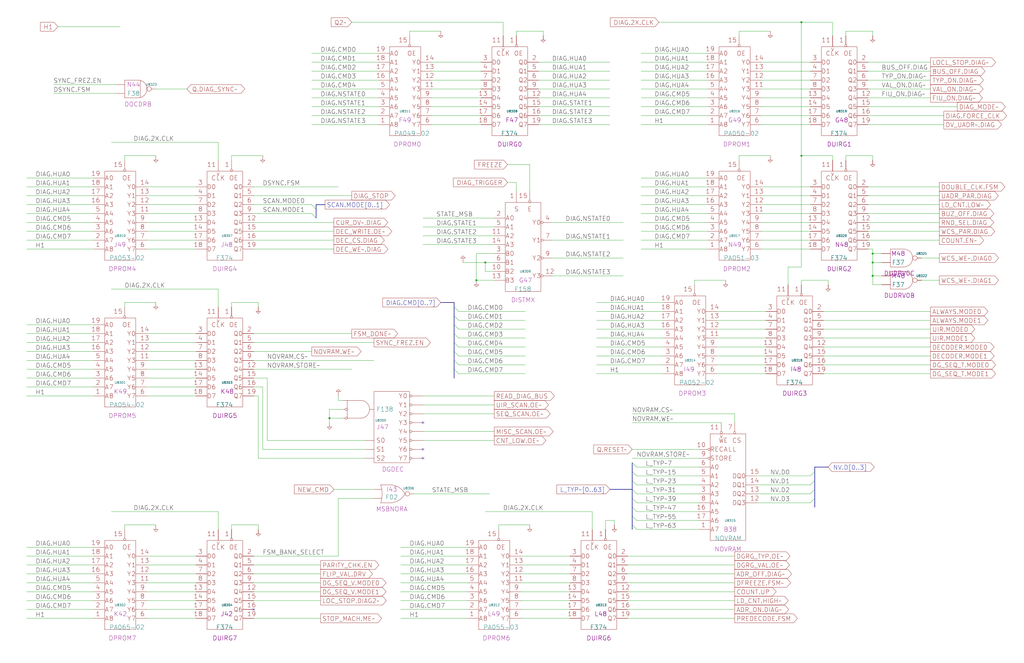
<source format=kicad_sch>
(kicad_sch (version 20211123) (generator eeschema)
  (paper "User" 584.2 378.46)
  (title_block (title "DIAGNOSTIC PROCESSOR") (date "22-MAY-90") (rev "1.0") (comment 1 "SEQUENCER") (comment 2 "232-003064") (comment 3 "S400") (comment 4 "RELEASED"))
  (junction (at 457.2 88.9) (diameter 0.9144))
  (junction (at 187.96 238.76) (diameter 0.9144))
  (junction (at 497.84 149.86) (diameter 0.9144))
  (junction (at 497.84 157.48) (diameter 0.9144))
  (junction (at 497.84 144.78) (diameter 0.9144))
  (junction (at 271.78 160.02) (diameter 0.9144))
  (junction (at 276.86 149.86) (diameter 0.9144))
  (junction (at 457.2 12.7) (diameter 0.9144))
  (no_connect (at 144.78 347.98))
  (no_connect (at 241.3 241.3))
  (no_connect (at 241.3 256.54))
  (no_connect (at 241.3 261.62))
  (bus_entry (at 360.68 264.16) (size 2.54 2.54) (stroke (width 0.1524)))
  (bus_entry (at 464.82 279.4) (size -2.54 2.54) (stroke (width 0.1524)))
  (bus_entry (at 360.68 269.24) (size 2.54 2.54) (stroke (width 0.1524)))
  (bus_entry (at 259.08 195.58) (size 2.54 2.54) (stroke (width 0.1524)))
  (bus_entry (at 259.08 205.74) (size 2.54 2.54) (stroke (width 0.1524)))
  (bus_entry (at 259.08 200.66) (size 2.54 2.54) (stroke (width 0.1524)))
  (bus_entry (at 360.68 289.56) (size 2.54 2.54) (stroke (width 0.1524)))
  (bus_entry (at 259.08 190.5) (size 2.54 2.54) (stroke (width 0.1524)))
  (bus_entry (at 259.08 185.42) (size 2.54 2.54) (stroke (width 0.1524)))
  (bus_entry (at 360.68 299.72) (size 2.54 2.54) (stroke (width 0.1524)))
  (bus_entry (at 360.68 284.48) (size 2.54 2.54) (stroke (width 0.1524)))
  (bus_entry (at 464.82 284.48) (size -2.54 2.54) (stroke (width 0.1524)))
  (bus_entry (at 464.82 269.24) (size -2.54 2.54) (stroke (width 0.1524)))
  (bus_entry (at 259.08 175.26) (size 2.54 2.54) (stroke (width 0.1524)))
  (bus_entry (at 177.8 116.84) (size 2.54 2.54) (stroke (width 0.1524)))
  (bus_entry (at 177.8 121.92) (size 2.54 2.54) (stroke (width 0.1524)))
  (bus_entry (at 360.68 294.64) (size 2.54 2.54) (stroke (width 0.1524)))
  (bus_entry (at 360.68 274.32) (size 2.54 2.54) (stroke (width 0.1524)))
  (bus_entry (at 360.68 279.4) (size 2.54 2.54) (stroke (width 0.1524)))
  (bus_entry (at 464.82 274.32) (size -2.54 2.54) (stroke (width 0.1524)))
  (bus_entry (at 259.08 210.82) (size 2.54 2.54) (stroke (width 0.1524)))
  (bus_entry (at 259.08 180.34) (size 2.54 2.54) (stroke (width 0.1524)))
  (bus (pts (xy 360.68 274.32) (xy 360.68 279.4)))
  (wire (pts (xy 241.3 231.14) (xy 281.94 231.14)))
  (wire (pts (xy 15.24 185.42) (xy 53.34 185.42)))
  (bus (pts (xy 464.82 274.32) (xy 464.82 279.4)))
  (wire (pts (xy 363.22 276.86) (xy 398.78 276.86)))
  (wire (pts (xy 297.18 322.58) (xy 325.12 322.58)))
  (wire (pts (xy 495.3 127) (xy 535.94 127)))
  (wire (pts (xy 525.78 147.32) (xy 535.94 147.32)))
  (wire (pts (xy 251.46 17.78) (xy 233.68 17.78)))
  (wire (pts (xy 15.24 347.98) (xy 53.34 347.98)))
  (wire (pts (xy 144.78 142.24) (xy 190.5 142.24)))
  (bus (pts (xy 259.08 210.82) (xy 259.08 215.9)))
  (wire (pts (xy 83.82 116.84) (xy 111.76 116.84)))
  (wire (pts (xy 30.48 53.34) (xy 66.04 53.34)))
  (wire (pts (xy 340.36 213.36) (xy 378.46 213.36)))
  (wire (pts (xy 15.24 195.58) (xy 53.34 195.58)))
  (wire (pts (xy 396.24 160.02) (xy 396.24 162.56)))
  (wire (pts (xy 144.78 332.74) (xy 182.88 332.74)))
  (wire (pts (xy 289.56 93.98) (xy 302.26 93.98)))
  (wire (pts (xy 302.26 93.98) (xy 302.26 109.22)))
  (wire (pts (xy 15.24 322.58) (xy 53.34 322.58)))
  (wire (pts (xy 177.8 50.8) (xy 215.9 50.8)))
  (wire (pts (xy 340.36 172.72) (xy 378.46 172.72)))
  (wire (pts (xy 88.9 172.72) (xy 71.12 172.72)))
  (wire (pts (xy 228.6 353.06) (xy 266.7 353.06)))
  (wire (pts (xy 365.76 121.92) (xy 403.86 121.92)))
  (wire (pts (xy 495.3 137.16) (xy 535.94 137.16)))
  (wire (pts (xy 495.3 50.8) (xy 530.86 50.8)))
  (wire (pts (xy 365.76 101.6) (xy 403.86 101.6)))
  (wire (pts (xy 434.34 121.92) (xy 462.28 121.92)))
  (wire (pts (xy 434.34 127) (xy 462.28 127)))
  (wire (pts (xy 365.76 40.64) (xy 403.86 40.64)))
  (wire (pts (xy 297.18 342.9) (xy 325.12 342.9)))
  (wire (pts (xy 261.62 208.28) (xy 299.72 208.28)))
  (wire (pts (xy 83.82 220.98) (xy 111.76 220.98)))
  (wire (pts (xy 358.14 322.58) (xy 419.1 322.58)))
  (wire (pts (xy 408.94 203.2) (xy 436.88 203.2)))
  (wire (pts (xy 302.26 299.72) (xy 284.48 299.72)))
  (bus (pts (xy 464.82 269.24) (xy 464.82 274.32)))
  (wire (pts (xy 358.14 353.06) (xy 419.1 353.06)))
  (wire (pts (xy 30.48 48.26) (xy 66.04 48.26)))
  (wire (pts (xy 289.56 104.14) (xy 294.64 104.14)))
  (wire (pts (xy 294.64 104.14) (xy 294.64 109.22)))
  (wire (pts (xy 495.3 55.88) (xy 530.86 55.88)))
  (wire (pts (xy 363.22 266.7) (xy 398.78 266.7)))
  (wire (pts (xy 365.76 60.96) (xy 403.86 60.96)))
  (wire (pts (xy 375.92 12.7) (xy 457.2 12.7)))
  (wire (pts (xy 307.34 71.12) (xy 347.98 71.12)))
  (bus (pts (xy 360.68 289.56) (xy 360.68 294.64)))
  (wire (pts (xy 15.24 215.9) (xy 53.34 215.9)))
  (bus (pts (xy 259.08 200.66) (xy 259.08 205.74)))
  (bus (pts (xy 464.82 279.4) (xy 464.82 284.48)))
  (wire (pts (xy 228.6 322.58) (xy 266.7 322.58)))
  (wire (pts (xy 83.82 132.08) (xy 111.76 132.08)))
  (wire (pts (xy 15.24 116.84) (xy 53.34 116.84)))
  (wire (pts (xy 360.68 256.54) (xy 398.78 256.54)))
  (wire (pts (xy 408.94 193.04) (xy 436.88 193.04)))
  (wire (pts (xy 358.14 342.9) (xy 419.1 342.9)))
  (wire (pts (xy 297.18 317.5) (xy 325.12 317.5)))
  (wire (pts (xy 83.82 200.66) (xy 111.76 200.66)))
  (wire (pts (xy 449.58 152.4) (xy 449.58 162.56)))
  (wire (pts (xy 449.58 152.4) (xy 457.2 152.4)))
  (wire (pts (xy 457.2 12.7) (xy 457.2 88.9)))
  (wire (pts (xy 457.2 88.9) (xy 457.2 152.4)))
  (wire (pts (xy 144.78 127) (xy 190.5 127)))
  (wire (pts (xy 144.78 121.92) (xy 177.8 121.92)))
  (wire (pts (xy 15.24 353.06) (xy 53.34 353.06)))
  (wire (pts (xy 71.12 88.9) (xy 71.12 91.44)))
  (wire (pts (xy 88.9 88.9) (xy 71.12 88.9)))
  (wire (pts (xy 434.34 111.76) (xy 462.28 111.76)))
  (wire (pts (xy 83.82 215.9) (xy 111.76 215.9)))
  (wire (pts (xy 495.3 60.96) (xy 546.1 60.96)))
  (wire (pts (xy 365.76 35.56) (xy 403.86 35.56)))
  (wire (pts (xy 434.34 55.88) (xy 462.28 55.88)))
  (wire (pts (xy 497.84 149.86) (xy 502.92 149.86)))
  (wire (pts (xy 144.78 220.98) (xy 149.86 220.98)))
  (wire (pts (xy 149.86 220.98) (xy 149.86 256.54)))
  (wire (pts (xy 149.86 256.54) (xy 208.28 256.54)))
  (wire (pts (xy 177.8 40.64) (xy 215.9 40.64)))
  (bus (pts (xy 360.68 269.24) (xy 360.68 274.32)))
  (wire (pts (xy 33.02 15.24) (xy 68.58 15.24)))
  (wire (pts (xy 228.6 312.42) (xy 266.7 312.42)))
  (wire (pts (xy 241.3 139.7) (xy 281.94 139.7)))
  (wire (pts (xy 144.78 200.66) (xy 177.8 200.66)))
  (bus (pts (xy 347.98 279.4) (xy 360.68 279.4)))
  (wire (pts (xy 307.34 60.96) (xy 347.98 60.96)))
  (wire (pts (xy 360.68 261.62) (xy 398.78 261.62)))
  (wire (pts (xy 276.86 292.1) (xy 337.82 292.1)))
  (wire (pts (xy 337.82 292.1) (xy 337.82 302.26)))
  (wire (pts (xy 246.38 35.56) (xy 274.32 35.56)))
  (wire (pts (xy 340.36 198.12) (xy 378.46 198.12)))
  (wire (pts (xy 177.8 66.04) (xy 215.9 66.04)))
  (wire (pts (xy 144.78 226.06) (xy 147.32 226.06)))
  (wire (pts (xy 147.32 226.06) (xy 147.32 261.62)))
  (wire (pts (xy 147.32 261.62) (xy 208.28 261.62)))
  (wire (pts (xy 431.8 276.86) (xy 462.28 276.86)))
  (wire (pts (xy 365.76 55.88) (xy 403.86 55.88)))
  (wire (pts (xy 15.24 332.74) (xy 53.34 332.74)))
  (wire (pts (xy 15.24 121.92) (xy 53.34 121.92)))
  (wire (pts (xy 15.24 132.08) (xy 53.34 132.08)))
  (wire (pts (xy 15.24 127) (xy 53.34 127)))
  (wire (pts (xy 83.82 127) (xy 111.76 127)))
  (wire (pts (xy 144.78 215.9) (xy 152.4 215.9)))
  (wire (pts (xy 152.4 215.9) (xy 152.4 251.46)))
  (wire (pts (xy 152.4 251.46) (xy 208.28 251.46)))
  (wire (pts (xy 83.82 106.68) (xy 111.76 106.68)))
  (wire (pts (xy 271.78 144.78) (xy 271.78 160.02)))
  (wire (pts (xy 281.94 144.78) (xy 271.78 144.78)))
  (wire (pts (xy 144.78 195.58) (xy 213.36 195.58)))
  (wire (pts (xy 88.9 299.72) (xy 71.12 299.72)))
  (wire (pts (xy 132.08 88.9) (xy 132.08 91.44)))
  (wire (pts (xy 83.82 342.9) (xy 111.76 342.9)))
  (wire (pts (xy 83.82 195.58) (xy 111.76 195.58)))
  (wire (pts (xy 228.6 317.5) (xy 266.7 317.5)))
  (wire (pts (xy 15.24 137.16) (xy 53.34 137.16)))
  (wire (pts (xy 408.94 182.88) (xy 436.88 182.88)))
  (wire (pts (xy 264.16 149.86) (xy 276.86 149.86)))
  (wire (pts (xy 276.86 149.86) (xy 281.94 149.86)))
  (wire (pts (xy 495.3 111.76) (xy 535.94 111.76)))
  (bus (pts (xy 464.82 266.7) (xy 464.82 269.24)))
  (bus (pts (xy 464.82 266.7) (xy 472.44 266.7)))
  (wire (pts (xy 63.5 292.1) (xy 124.46 292.1)))
  (wire (pts (xy 124.46 292.1) (xy 124.46 302.26)))
  (wire (pts (xy 482.6 88.9) (xy 497.84 88.9)))
  (wire (pts (xy 482.6 91.44) (xy 482.6 88.9)))
  (wire (pts (xy 497.84 88.9) (xy 497.84 91.44)))
  (wire (pts (xy 495.3 45.72) (xy 530.86 45.72)))
  (wire (pts (xy 495.3 116.84) (xy 535.94 116.84)))
  (wire (pts (xy 497.84 142.24) (xy 495.3 142.24)))
  (wire (pts (xy 497.84 144.78) (xy 497.84 142.24)))
  (wire (pts (xy 497.84 149.86) (xy 497.84 144.78)))
  (wire (pts (xy 497.84 157.48) (xy 497.84 149.86)))
  (wire (pts (xy 497.84 162.56) (xy 497.84 157.48)))
  (wire (pts (xy 502.92 162.56) (xy 497.84 162.56)))
  (wire (pts (xy 241.3 226.06) (xy 281.94 226.06)))
  (wire (pts (xy 83.82 317.5) (xy 111.76 317.5)))
  (wire (pts (xy 177.8 55.88) (xy 215.9 55.88)))
  (wire (pts (xy 434.34 142.24) (xy 462.28 142.24)))
  (wire (pts (xy 261.62 193.04) (xy 299.72 193.04)))
  (wire (pts (xy 177.8 60.96) (xy 215.9 60.96)))
  (wire (pts (xy 294.64 17.78) (xy 309.88 17.78)))
  (wire (pts (xy 294.64 20.32) (xy 294.64 17.78)))
  (wire (pts (xy 309.88 17.78) (xy 309.88 20.32)))
  (wire (pts (xy 241.3 134.62) (xy 281.94 134.62)))
  (wire (pts (xy 284.48 299.72) (xy 284.48 302.26)))
  (wire (pts (xy 15.24 317.5) (xy 53.34 317.5)))
  (wire (pts (xy 144.78 210.82) (xy 200.66 210.82)))
  (wire (pts (xy 241.3 246.38) (xy 281.94 246.38)))
  (wire (pts (xy 144.78 111.76) (xy 200.66 111.76)))
  (wire (pts (xy 365.76 116.84) (xy 403.86 116.84)))
  (wire (pts (xy 15.24 142.24) (xy 53.34 142.24)))
  (wire (pts (xy 15.24 226.06) (xy 53.34 226.06)))
  (wire (pts (xy 340.36 187.96) (xy 378.46 187.96)))
  (wire (pts (xy 495.3 40.64) (xy 530.86 40.64)))
  (wire (pts (xy 469.9 182.88) (xy 530.86 182.88)))
  (wire (pts (xy 144.78 106.68) (xy 193.04 106.68)))
  (wire (pts (xy 193.04 226.06) (xy 193.04 228.6)))
  (wire (pts (xy 193.04 228.6) (xy 195.58 228.6)))
  (wire (pts (xy 431.8 287.02) (xy 462.28 287.02)))
  (wire (pts (xy 340.36 203.2) (xy 378.46 203.2)))
  (wire (pts (xy 365.76 111.76) (xy 403.86 111.76)))
  (wire (pts (xy 439.42 17.78) (xy 421.64 17.78)))
  (wire (pts (xy 434.34 45.72) (xy 462.28 45.72)))
  (wire (pts (xy 345.44 297.18) (xy 350.52 297.18)))
  (wire (pts (xy 345.44 302.26) (xy 345.44 297.18)))
  (wire (pts (xy 350.52 297.18) (xy 350.52 299.72)))
  (wire (pts (xy 363.22 292.1) (xy 398.78 292.1)))
  (wire (pts (xy 358.14 332.74) (xy 419.1 332.74)))
  (wire (pts (xy 132.08 172.72) (xy 147.32 172.72)))
  (wire (pts (xy 132.08 175.26) (xy 132.08 172.72)))
  (wire (pts (xy 147.32 172.72) (xy 147.32 175.26)))
  (wire (pts (xy 497.84 157.48) (xy 502.92 157.48)))
  (wire (pts (xy 144.78 353.06) (xy 182.88 353.06)))
  (bus (pts (xy 360.68 264.16) (xy 360.68 269.24)))
  (bus (pts (xy 360.68 279.4) (xy 360.68 284.48)))
  (wire (pts (xy 15.24 327.66) (xy 53.34 327.66)))
  (wire (pts (xy 469.9 177.8) (xy 530.86 177.8)))
  (wire (pts (xy 358.14 317.5) (xy 419.1 317.5)))
  (wire (pts (xy 71.12 172.72) (xy 71.12 175.26)))
  (wire (pts (xy 144.78 190.5) (xy 200.66 190.5)))
  (wire (pts (xy 434.34 60.96) (xy 462.28 60.96)))
  (wire (pts (xy 83.82 347.98) (xy 111.76 347.98)))
  (wire (pts (xy 15.24 220.98) (xy 53.34 220.98)))
  (wire (pts (xy 83.82 121.92) (xy 111.76 121.92)))
  (wire (pts (xy 83.82 205.74) (xy 111.76 205.74)))
  (wire (pts (xy 314.96 147.32) (xy 355.6 147.32)))
  (wire (pts (xy 144.78 137.16) (xy 190.5 137.16)))
  (wire (pts (xy 200.66 12.7) (xy 287.02 12.7)))
  (wire (pts (xy 287.02 12.7) (xy 287.02 20.32)))
  (wire (pts (xy 365.76 137.16) (xy 403.86 137.16)))
  (wire (pts (xy 340.36 193.04) (xy 378.46 193.04)))
  (wire (pts (xy 83.82 327.66) (xy 111.76 327.66)))
  (wire (pts (xy 363.22 281.94) (xy 398.78 281.94)))
  (wire (pts (xy 15.24 337.82) (xy 53.34 337.82)))
  (wire (pts (xy 314.96 157.48) (xy 355.6 157.48)))
  (wire (pts (xy 297.18 327.66) (xy 325.12 327.66)))
  (wire (pts (xy 83.82 142.24) (xy 111.76 142.24)))
  (bus (pts (xy 251.46 172.72) (xy 259.08 172.72)))
  (bus (pts (xy 259.08 172.72) (xy 259.08 175.26)))
  (wire (pts (xy 431.8 281.94) (xy 462.28 281.94)))
  (wire (pts (xy 15.24 190.5) (xy 53.34 190.5)))
  (wire (pts (xy 307.34 55.88) (xy 347.98 55.88)))
  (bus (pts (xy 259.08 180.34) (xy 259.08 185.42)))
  (wire (pts (xy 307.34 50.8) (xy 347.98 50.8)))
  (wire (pts (xy 408.94 213.36) (xy 436.88 213.36)))
  (wire (pts (xy 358.14 327.66) (xy 419.1 327.66)))
  (wire (pts (xy 15.24 106.68) (xy 53.34 106.68)))
  (wire (pts (xy 15.24 101.6) (xy 53.34 101.6)))
  (wire (pts (xy 363.22 271.78) (xy 398.78 271.78)))
  (wire (pts (xy 177.8 45.72) (xy 215.9 45.72)))
  (bus (pts (xy 360.68 294.64) (xy 360.68 299.72)))
  (wire (pts (xy 190.5 279.4) (xy 213.36 279.4)))
  (wire (pts (xy 365.76 142.24) (xy 403.86 142.24)))
  (wire (pts (xy 246.38 60.96) (xy 274.32 60.96)))
  (wire (pts (xy 187.96 233.68) (xy 187.96 238.76)))
  (wire (pts (xy 187.96 238.76) (xy 187.96 241.3)))
  (wire (pts (xy 195.58 233.68) (xy 187.96 233.68)))
  (wire (pts (xy 236.22 281.94) (xy 279.4 281.94)))
  (wire (pts (xy 431.8 271.78) (xy 462.28 271.78)))
  (wire (pts (xy 246.38 66.04) (xy 274.32 66.04)))
  (wire (pts (xy 276.86 154.94) (xy 276.86 149.86)))
  (wire (pts (xy 281.94 154.94) (xy 276.86 154.94)))
  (wire (pts (xy 261.62 198.12) (xy 299.72 198.12)))
  (wire (pts (xy 241.3 124.46) (xy 281.94 124.46)))
  (wire (pts (xy 439.42 88.9) (xy 421.64 88.9)))
  (wire (pts (xy 132.08 299.72) (xy 147.32 299.72)))
  (wire (pts (xy 132.08 302.26) (xy 132.08 299.72)))
  (wire (pts (xy 147.32 299.72) (xy 147.32 302.26)))
  (wire (pts (xy 495.3 71.12) (xy 538.48 71.12)))
  (wire (pts (xy 15.24 210.82) (xy 53.34 210.82)))
  (wire (pts (xy 434.34 66.04) (xy 462.28 66.04)))
  (wire (pts (xy 261.62 182.88) (xy 299.72 182.88)))
  (wire (pts (xy 83.82 322.58) (xy 111.76 322.58)))
  (bus (pts (xy 180.34 116.84) (xy 180.34 119.38)))
  (bus (pts (xy 180.34 116.84) (xy 185.42 116.84)))
  (wire (pts (xy 307.34 66.04) (xy 347.98 66.04)))
  (wire (pts (xy 457.2 88.9) (xy 474.98 88.9)))
  (wire (pts (xy 474.98 88.9) (xy 474.98 91.44)))
  (wire (pts (xy 71.12 299.72) (xy 71.12 302.26)))
  (wire (pts (xy 363.22 287.02) (xy 398.78 287.02)))
  (wire (pts (xy 144.78 132.08) (xy 190.5 132.08)))
  (wire (pts (xy 261.62 187.96) (xy 299.72 187.96)))
  (wire (pts (xy 408.94 177.8) (xy 436.88 177.8)))
  (wire (pts (xy 83.82 111.76) (xy 111.76 111.76)))
  (wire (pts (xy 365.76 66.04) (xy 403.86 66.04)))
  (wire (pts (xy 261.62 203.2) (xy 299.72 203.2)))
  (wire (pts (xy 15.24 111.76) (xy 53.34 111.76)))
  (wire (pts (xy 495.3 121.92) (xy 535.94 121.92)))
  (bus (pts (xy 259.08 195.58) (xy 259.08 200.66)))
  (wire (pts (xy 307.34 35.56) (xy 347.98 35.56)))
  (bus (pts (xy 259.08 185.42) (xy 259.08 190.5)))
  (wire (pts (xy 228.6 327.66) (xy 266.7 327.66)))
  (wire (pts (xy 83.82 190.5) (xy 111.76 190.5)))
  (wire (pts (xy 228.6 332.74) (xy 266.7 332.74)))
  (wire (pts (xy 241.3 236.22) (xy 281.94 236.22)))
  (wire (pts (xy 469.9 187.96) (xy 530.86 187.96)))
  (wire (pts (xy 434.34 35.56) (xy 462.28 35.56)))
  (wire (pts (xy 360.68 241.3) (xy 411.48 241.3)))
  (wire (pts (xy 434.34 116.84) (xy 462.28 116.84)))
  (bus (pts (xy 360.68 299.72) (xy 360.68 302.26)))
  (bus (pts (xy 259.08 190.5) (xy 259.08 195.58)))
  (wire (pts (xy 15.24 205.74) (xy 53.34 205.74)))
  (wire (pts (xy 495.3 66.04) (xy 538.48 66.04)))
  (wire (pts (xy 261.62 177.8) (xy 299.72 177.8)))
  (wire (pts (xy 241.3 129.54) (xy 281.94 129.54)))
  (wire (pts (xy 144.78 342.9) (xy 182.88 342.9)))
  (wire (pts (xy 297.18 347.98) (xy 325.12 347.98)))
  (wire (pts (xy 144.78 327.66) (xy 182.88 327.66)))
  (wire (pts (xy 88.9 50.8) (xy 106.68 50.8)))
  (wire (pts (xy 246.38 71.12) (xy 274.32 71.12)))
  (wire (pts (xy 246.38 50.8) (xy 274.32 50.8)))
  (wire (pts (xy 144.78 322.58) (xy 182.88 322.58)))
  (wire (pts (xy 363.22 302.26) (xy 398.78 302.26)))
  (wire (pts (xy 469.9 193.04) (xy 530.86 193.04)))
  (wire (pts (xy 177.8 35.56) (xy 215.9 35.56)))
  (wire (pts (xy 360.68 236.22) (xy 419.1 236.22)))
  (wire (pts (xy 419.1 236.22) (xy 419.1 241.3)))
  (wire (pts (xy 177.8 30.48) (xy 215.9 30.48)))
  (wire (pts (xy 83.82 210.82) (xy 111.76 210.82)))
  (wire (pts (xy 434.34 132.08) (xy 462.28 132.08)))
  (wire (pts (xy 144.78 337.82) (xy 182.88 337.82)))
  (wire (pts (xy 358.14 347.98) (xy 419.1 347.98)))
  (wire (pts (xy 482.6 17.78) (xy 497.84 17.78)))
  (wire (pts (xy 482.6 20.32) (xy 482.6 17.78)))
  (wire (pts (xy 497.84 17.78) (xy 497.84 20.32)))
  (wire (pts (xy 233.68 17.78) (xy 233.68 20.32)))
  (wire (pts (xy 457.2 12.7) (xy 474.98 12.7)))
  (wire (pts (xy 474.98 12.7) (xy 474.98 20.32)))
  (wire (pts (xy 307.34 40.64) (xy 347.98 40.64)))
  (wire (pts (xy 83.82 353.06) (xy 111.76 353.06)))
  (wire (pts (xy 434.34 40.64) (xy 462.28 40.64)))
  (bus (pts (xy 259.08 175.26) (xy 259.08 180.34)))
  (wire (pts (xy 340.36 182.88) (xy 378.46 182.88)))
  (wire (pts (xy 365.76 45.72) (xy 403.86 45.72)))
  (wire (pts (xy 83.82 137.16) (xy 111.76 137.16)))
  (wire (pts (xy 434.34 50.8) (xy 462.28 50.8)))
  (wire (pts (xy 469.9 198.12) (xy 530.86 198.12)))
  (wire (pts (xy 144.78 205.74) (xy 213.36 205.74)))
  (bus (pts (xy 464.82 284.48) (xy 464.82 289.56)))
  (wire (pts (xy 495.3 132.08) (xy 535.94 132.08)))
  (wire (pts (xy 365.76 30.48) (xy 403.86 30.48)))
  (wire (pts (xy 246.38 55.88) (xy 274.32 55.88)))
  (wire (pts (xy 495.3 106.68) (xy 535.94 106.68)))
  (wire (pts (xy 363.22 297.18) (xy 398.78 297.18)))
  (wire (pts (xy 246.38 40.64) (xy 274.32 40.64)))
  (wire (pts (xy 340.36 208.28) (xy 378.46 208.28)))
  (wire (pts (xy 365.76 127) (xy 403.86 127)))
  (wire (pts (xy 63.5 81.28) (xy 124.46 81.28)))
  (wire (pts (xy 124.46 81.28) (xy 124.46 91.44)))
  (wire (pts (xy 144.78 116.84) (xy 177.8 116.84)))
  (wire (pts (xy 365.76 106.68) (xy 403.86 106.68)))
  (wire (pts (xy 246.38 45.72) (xy 274.32 45.72)))
  (wire (pts (xy 63.5 165.1) (xy 124.46 165.1)))
  (wire (pts (xy 124.46 165.1) (xy 124.46 175.26)))
  (wire (pts (xy 83.82 337.82) (xy 111.76 337.82)))
  (wire (pts (xy 421.64 88.9) (xy 421.64 91.44)))
  (wire (pts (xy 261.62 213.36) (xy 299.72 213.36)))
  (wire (pts (xy 434.34 137.16) (xy 462.28 137.16)))
  (wire (pts (xy 469.9 213.36) (xy 530.86 213.36)))
  (wire (pts (xy 408.94 208.28) (xy 436.88 208.28)))
  (wire (pts (xy 314.96 127) (xy 355.6 127)))
  (wire (pts (xy 297.18 337.82) (xy 325.12 337.82)))
  (wire (pts (xy 365.76 50.8) (xy 403.86 50.8)))
  (wire (pts (xy 469.9 208.28) (xy 530.86 208.28)))
  (bus (pts (xy 180.34 119.38) (xy 180.34 124.46)))
  (wire (pts (xy 434.34 106.68) (xy 462.28 106.68)))
  (wire (pts (xy 177.8 71.12) (xy 215.9 71.12)))
  (wire (pts (xy 497.84 144.78) (xy 502.92 144.78)))
  (wire (pts (xy 314.96 137.16) (xy 355.6 137.16)))
  (wire (pts (xy 408.94 187.96) (xy 436.88 187.96)))
  (wire (pts (xy 83.82 332.74) (xy 111.76 332.74)))
  (wire (pts (xy 495.3 35.56) (xy 530.86 35.56)))
  (wire (pts (xy 365.76 71.12) (xy 403.86 71.12)))
  (wire (pts (xy 307.34 45.72) (xy 347.98 45.72)))
  (wire (pts (xy 414.02 160.02) (xy 396.24 160.02)))
  (wire (pts (xy 365.76 132.08) (xy 403.86 132.08)))
  (wire (pts (xy 469.9 203.2) (xy 530.86 203.2)))
  (wire (pts (xy 408.94 198.12) (xy 436.88 198.12)))
  (wire (pts (xy 149.86 88.9) (xy 132.08 88.9)))
  (bus (pts (xy 360.68 284.48) (xy 360.68 289.56)))
  (wire (pts (xy 340.36 177.8) (xy 378.46 177.8)))
  (wire (pts (xy 525.78 160.02) (xy 535.94 160.02)))
  (wire (pts (xy 15.24 312.42) (xy 53.34 312.42)))
  (wire (pts (xy 228.6 342.9) (xy 266.7 342.9)))
  (wire (pts (xy 228.6 337.82) (xy 266.7 337.82)))
  (wire (pts (xy 187.96 238.76) (xy 195.58 238.76)))
  (wire (pts (xy 421.64 17.78) (xy 421.64 20.32)))
  (wire (pts (xy 297.18 332.74) (xy 325.12 332.74)))
  (bus (pts (xy 259.08 205.74) (xy 259.08 210.82)))
  (wire (pts (xy 15.24 342.9) (xy 53.34 342.9)))
  (wire (pts (xy 358.14 337.82) (xy 419.1 337.82)))
  (wire (pts (xy 15.24 200.66) (xy 53.34 200.66)))
  (wire (pts (xy 434.34 71.12) (xy 462.28 71.12)))
  (wire (pts (xy 457.2 160.02) (xy 472.44 160.02)))
  (wire (pts (xy 457.2 162.56) (xy 457.2 160.02)))
  (wire (pts (xy 472.44 160.02) (xy 472.44 162.56)))
  (wire (pts (xy 297.18 353.06) (xy 325.12 353.06)))
  (wire (pts (xy 241.3 251.46) (xy 281.94 251.46)))
  (wire (pts (xy 144.78 317.5) (xy 193.04 317.5)))
  (wire (pts (xy 193.04 284.48) (xy 213.36 284.48)))
  (wire (pts (xy 193.04 317.5) (xy 193.04 284.48)))
  (wire (pts (xy 83.82 226.06) (xy 111.76 226.06)))
  (wire (pts (xy 271.78 160.02) (xy 281.94 160.02)))
  (wire (pts (xy 228.6 347.98) (xy 266.7 347.98)))
  (label "DIAG.2X.CLK" (at 76.2 292.1 0) (effects (font (size 2.54 2.54))))
  (label "DIAG.CMD5" (at 373.38 127 0) (effects (font (size 2.54 2.54))))
  (label "DIAG.HUA0" (at 20.32 185.42 0) (effects (font (size 2.54 2.54))))
  (label "DIAG.HUA3" (at 347.98 187.96 0) (effects (font (size 2.54 2.54))))
  (label "L_TYP~39" (at 368.3 287.02 0) (effects (font (size 2.54 2.54))))
  (label "DIAG.HUA3" (at 20.32 327.66 0) (effects (font (size 2.54 2.54))))
  (label "DIAG.HUA0" (at 20.32 101.6 0) (effects (font (size 2.54 2.54))))
  (label "DIAG.STATE1" (at 248.92 129.54 0) (effects (font (size 2.54 2.54))))
  (label "DIAG.HUA0" (at 233.68 312.42 0) (effects (font (size 2.54 2.54))))
  (label "DIAG.CMD7" (at 20.32 347.98 0) (effects (font (size 2.54 2.54))))
  (label "DIAG.HUA0" (at 20.32 312.42 0) (effects (font (size 2.54 2.54))))
  (label "DIAG.HUA0" (at 347.98 172.72 0) (effects (font (size 2.54 2.54))))
  (label "H1" (at 20.32 226.06 0) (effects (font (size 2.54 2.54))))
  (label "DIAG.CMD3" (at 182.88 45.72 0) (effects (font (size 2.54 2.54))))
  (label "DIAG.CMD5" (at 233.68 337.82 0) (effects (font (size 2.54 2.54))))
  (label "DIAG.HUA1" (at 373.38 106.68 0) (effects (font (size 2.54 2.54))))
  (label "NV.D2" (at 439.42 281.94 0) (effects (font (size 2.54 2.54))))
  (label "DIAG.CMD7" (at 20.32 137.16 0) (effects (font (size 2.54 2.54))))
  (label "L_TYP~63" (at 368.3 302.26 0) (effects (font (size 2.54 2.54))))
  (label "DIAG.HUA3" (at 233.68 327.66 0) (effects (font (size 2.54 2.54))))
  (label "DIAG.HUA3" (at 314.96 50.8 0) (effects (font (size 2.54 2.54))))
  (label "DIAG.NSTATE3" (at 322.58 157.48 0) (effects (font (size 2.54 2.54))))
  (label "L_TYP~15" (at 368.3 271.78 0) (effects (font (size 2.54 2.54))))
  (label "DIAG.CMD5" (at 347.98 198.12 0) (effects (font (size 2.54 2.54))))
  (label "DIAG.HUA3" (at 20.32 200.66 0) (effects (font (size 2.54 2.54))))
  (label "DIAG.CMD4" (at 182.88 50.8 0) (effects (font (size 2.54 2.54))))
  (label "DIAG.CMD2" (at 182.88 40.64 0) (effects (font (size 2.54 2.54))))
  (label "SYNC_FREZ.EN" (at 30.48 48.26 0) (effects (font (size 2.54 2.54))))
  (label "DIAG.CMD6" (at 373.38 132.08 0) (effects (font (size 2.54 2.54))))
  (label "DIAG.HUA4" (at 373.38 121.92 0) (effects (font (size 2.54 2.54))))
  (label "L_TYP~7" (at 368.3 266.7 0) (effects (font (size 2.54 2.54))))
  (label "NOVRAM.WE~" (at 360.68 241.3 0) (effects (font (size 2.54 2.54))))
  (label "DIAG.CMD5" (at 20.32 127 0) (effects (font (size 2.54 2.54))))
  (label "DIAG.HUA1" (at 233.68 317.5 0) (effects (font (size 2.54 2.54))))
  (label "DIAG.CMD5" (at 20.32 337.82 0) (effects (font (size 2.54 2.54))))
  (label "NOVRAM.STORE~" (at 152.4 210.82 0) (effects (font (size 2.54 2.54))))
  (label "FIU_ON.DIAG~" (at 502.92 55.88 0) (effects (font (size 2.54 2.54))))
  (label "DIAG.STATE3" (at 248.92 139.7 0) (effects (font (size 2.54 2.54))))
  (label "DIAG.HUA2" (at 373.38 111.76 0) (effects (font (size 2.54 2.54))))
  (label "DIAG.CMD4" (at 266.7 198.12 0) (effects (font (size 2.54 2.54))))
  (label "NOVRAM.CS~" (at 360.68 236.22 0) (effects (font (size 2.54 2.54))))
  (label "DIAG.NSTATE3" (at 182.88 71.12 0) (effects (font (size 2.54 2.54))))
  (label "DIAG.HUA3" (at 373.38 45.72 0) (effects (font (size 2.54 2.54))))
  (label "DIAG.2X.CLK" (at 287.02 292.1 0) (effects (font (size 2.54 2.54))))
  (label "DSYNC.FSM" (at 149.86 106.68 0) (effects (font (size 2.54 2.54))))
  (label "DIAG.CMD2" (at 266.7 187.96 0) (effects (font (size 2.54 2.54))))
  (label "DIAG.NSTATE1" (at 182.88 60.96 0) (effects (font (size 2.54 2.54))))
  (label "SCAN.MODE0" (at 149.86 116.84 0) (effects (font (size 2.54 2.54))))
  (label "DIAG.HUA2" (at 347.98 182.88 0) (effects (font (size 2.54 2.54))))
  (label "DIAG.STATE3" (at 314.96 71.12 0) (effects (font (size 2.54 2.54))))
  (label "VAL_ON.DIAG~" (at 502.92 50.8 0) (effects (font (size 2.54 2.54))))
  (label "NOVRAM.STORE~" (at 363.22 261.62 0) (effects (font (size 2.54 2.54))))
  (label "STATE_MSB" (at 248.92 124.46 0) (effects (font (size 2.54 2.54))))
  (label "DIAG.CMD6" (at 20.32 132.08 0) (effects (font (size 2.54 2.54))))
  (label "DIAG.HUA1" (at 314.96 40.64 0) (effects (font (size 2.54 2.54))))
  (label "DIAG.NSTATE0" (at 322.58 127 0) (effects (font (size 2.54 2.54))))
  (label "H1" (at 20.32 353.06 0) (effects (font (size 2.54 2.54))))
  (label "STATE_MSB" (at 246.38 281.94 0) (effects (font (size 2.54 2.54))))
  (label "DIAG.CMD7" (at 20.32 220.98 0) (effects (font (size 2.54 2.54))))
  (label "DIAG.STATE2" (at 248.92 134.62 0) (effects (font (size 2.54 2.54))))
  (label "DIAG.HUA2" (at 314.96 45.72 0) (effects (font (size 2.54 2.54))))
  (label "DIAG.HUA2" (at 20.32 195.58 0) (effects (font (size 2.54 2.54))))
  (label "DIAG.NSTATE2" (at 322.58 147.32 0) (effects (font (size 2.54 2.54))))
  (label "H1" (at 373.38 71.12 0) (effects (font (size 2.54 2.54))))
  (label "DIAG.HUA1" (at 20.32 190.5 0) (effects (font (size 2.54 2.54))))
  (label "DIAG.STATE2" (at 314.96 66.04 0) (effects (font (size 2.54 2.54))))
  (label "DIAG.HUA4" (at 20.32 121.92 0) (effects (font (size 2.54 2.54))))
  (label "DIAG.STATE1" (at 314.96 60.96 0) (effects (font (size 2.54 2.54))))
  (label "DIAG.NSTATE1" (at 322.58 137.16 0) (effects (font (size 2.54 2.54))))
  (label "DIAG.HUA4" (at 373.38 50.8 0) (effects (font (size 2.54 2.54))))
  (label "H1" (at 20.32 142.24 0) (effects (font (size 2.54 2.54))))
  (label "DIAG.CMD1" (at 182.88 35.56 0) (effects (font (size 2.54 2.54))))
  (label "H1" (at 347.98 213.36 0) (effects (font (size 2.54 2.54))))
  (label "DIAG.HUA2" (at 20.32 111.76 0) (effects (font (size 2.54 2.54))))
  (label "DIAG.HUA3" (at 20.32 116.84 0) (effects (font (size 2.54 2.54))))
  (label "DIAG.CMD6" (at 373.38 60.96 0) (effects (font (size 2.54 2.54))))
  (label "DIAG.CMD7" (at 373.38 137.16 0) (effects (font (size 2.54 2.54))))
  (label "DIAG.HUA0" (at 314.96 35.56 0) (effects (font (size 2.54 2.54))))
  (label "DIAG.HUA0" (at 373.38 30.48 0) (effects (font (size 2.54 2.54))))
  (label "BUS_OFF.DIAG" (at 502.92 40.64 0) (effects (font (size 2.54 2.54))))
  (label "L_TYP~23" (at 368.3 276.86 0) (effects (font (size 2.54 2.54))))
  (label "DIAG.HUA0" (at 373.38 101.6 0) (effects (font (size 2.54 2.54))))
  (label "DIAG.HUA2" (at 20.32 322.58 0) (effects (font (size 2.54 2.54))))
  (label "DIAG.HUA4" (at 20.32 332.74 0) (effects (font (size 2.54 2.54))))
  (label "DIAG.CMD6" (at 20.32 215.9 0) (effects (font (size 2.54 2.54))))
  (label "L_TYP~31" (at 368.3 281.94 0) (effects (font (size 2.54 2.54))))
  (label "DIAG.HUA1" (at 20.32 317.5 0) (effects (font (size 2.54 2.54))))
  (label "DIAG.CMD7" (at 347.98 208.28 0) (effects (font (size 2.54 2.54))))
  (label "NV.D0" (at 439.42 271.78 0) (effects (font (size 2.54 2.54))))
  (label "DIAG.CMD6" (at 233.68 342.9 0) (effects (font (size 2.54 2.54))))
  (label "DIAG.CMD5" (at 20.32 210.82 0) (effects (font (size 2.54 2.54))))
  (label "DIAG.HUA2" (at 233.68 322.58 0) (effects (font (size 2.54 2.54))))
  (label "DIAG.HUA4" (at 347.98 193.04 0) (effects (font (size 2.54 2.54))))
  (label "DIAG.HUA1" (at 347.98 177.8 0) (effects (font (size 2.54 2.54))))
  (label "SCAN.MODE1" (at 149.86 121.92 0) (effects (font (size 2.54 2.54))))
  (label "DIAG.CMD5" (at 266.7 203.2 0) (effects (font (size 2.54 2.54))))
  (label "DIAG.HUA4" (at 314.96 55.88 0) (effects (font (size 2.54 2.54))))
  (label "DIAG.2X.CLK" (at 71.12 165.1 0) (effects (font (size 2.54 2.54))))
  (label "DIAG.HUA1" (at 20.32 106.68 0) (effects (font (size 2.54 2.54))))
  (label "DIAG.CMD5" (at 373.38 55.88 0) (effects (font (size 2.54 2.54))))
  (label "L_TYP~55" (at 368.3 297.18 0) (effects (font (size 2.54 2.54))))
  (label "DIAG.HUA2" (at 373.38 40.64 0) (effects (font (size 2.54 2.54))))
  (label "L_TYP~47" (at 368.3 292.1 0) (effects (font (size 2.54 2.54))))
  (label "DIAG.CMD7" (at 266.7 213.36 0) (effects (font (size 2.54 2.54))))
  (label "DIAG.HUA3" (at 373.38 116.84 0) (effects (font (size 2.54 2.54))))
  (label "NV.D3" (at 439.42 287.02 0) (effects (font (size 2.54 2.54))))
  (label "H1" (at 373.38 142.24 0) (effects (font (size 2.54 2.54))))
  (label "DIAG.CMD1" (at 266.7 182.88 0) (effects (font (size 2.54 2.54))))
  (label "DIAG.NSTATE2" (at 182.88 66.04 0) (effects (font (size 2.54 2.54))))
  (label "NOVRAM.CS~" (at 152.4 205.74 0) (effects (font (size 2.54 2.54))))
  (label "TYP_ON.DIAG~" (at 502.92 45.72 0) (effects (font (size 2.54 2.54))))
  (label "DIAG.CMD3" (at 266.7 193.04 0) (effects (font (size 2.54 2.54))))
  (label "NV.D1" (at 439.42 276.86 0) (effects (font (size 2.54 2.54))))
  (label "DIAG.HUA4" (at 20.32 205.74 0) (effects (font (size 2.54 2.54))))
  (label "DIAG.CMD6" (at 347.98 203.2 0) (effects (font (size 2.54 2.54))))
  (label "FSM_BANK_SELECT" (at 149.86 317.5 0) (effects (font (size 2.54 2.54))))
  (label "DIAG.CMD7" (at 233.68 347.98 0) (effects (font (size 2.54 2.54))))
  (label "H1" (at 233.68 353.06 0) (effects (font (size 2.54 2.54))))
  (label "DIAG.CMD7" (at 373.38 66.04 0) (effects (font (size 2.54 2.54))))
  (label "DIAG.2X.CLK" (at 76.2 81.28 0) (effects (font (size 2.54 2.54))))
  (label "DIAG.HUA1" (at 373.38 35.56 0) (effects (font (size 2.54 2.54))))
  (label "DIAG.HUA4" (at 233.68 332.74 0) (effects (font (size 2.54 2.54))))
  (label "DSYNC.FSM" (at 30.48 53.34 0) (effects (font (size 2.54 2.54))))
  (label "DIAG.CMD0" (at 266.7 177.8 0) (effects (font (size 2.54 2.54))))
  (label "DIAG.CMD6" (at 266.7 208.28 0) (effects (font (size 2.54 2.54))))
  (label "DIAG.CMD0" (at 182.88 30.48 0) (effects (font (size 2.54 2.54))))
  (label "DIAG.CMD6" (at 20.32 342.9 0) (effects (font (size 2.54 2.54))))
  (label "DIAG.NSTATE0" (at 182.88 55.88 0) (effects (font (size 2.54 2.54))))
  (global_label "DG_SEQ_V.MODE1" (shape output) (at 182.88 337.82 0) (effects (font (size 2.54 2.54))) (property "Intersheet References" "${INTERSHEET_REFS}" (at 220.2422 337.6613 0) (effects (font (size 2.54 2.54)) (justify left))))
  (global_label "PREDECODE.FSM" (shape output) (at 419.1 353.06 0) (effects (font (size 2.54 2.54))) (property "Intersheet References" "${INTERSHEET_REFS}" (at 454.8898 352.9013 0) (effects (font (size 2.54 2.54)) (justify left))))
  (global_label "VAL_ON.DIAG~" (shape output) (at 530.86 50.8 0) (effects (font (size 2.54 2.54))) (property "Intersheet References" "${INTERSHEET_REFS}" (at 560.8441 50.6413 0) (effects (font (size 2.54 2.54)) (justify left))))
  (global_label "CNT_LOW.OE~" (shape output) (at 281.94 251.46 0) (effects (font (size 2.54 2.54))) (property "Intersheet References" "${INTERSHEET_REFS}" (at 311.4403 251.3013 0) (effects (font (size 2.54 2.54)) (justify left))))
  (global_label "BUZ_OFF.DIAG" (shape output) (at 535.94 121.92 0) (effects (font (size 2.54 2.54))) (property "Intersheet References" "${INTERSHEET_REFS}" (at 567.0127 121.7613 0) (effects (font (size 2.54 2.54)) (justify left))))
  (global_label "FREEZE" (shape input) (at 289.56 93.98 180) (effects (font (size 2.54 2.54))) (property "Intersheet References" "${INTERSHEET_REFS}" (at 270.7035 93.8213 0) (effects (font (size 2.54 2.54)) (justify right))))
  (global_label "STOP_MACH.ME~" (shape output) (at 182.88 353.06 0) (effects (font (size 2.54 2.54))) (property "Intersheet References" "${INTERSHEET_REFS}" (at 217.7022 352.9013 0) (effects (font (size 2.54 2.54)) (justify left))))
  (global_label "DOUBLE_CLK.FSM" (shape output) (at 535.94 106.68 0) (effects (font (size 2.54 2.54))) (property "Intersheet References" "${INTERSHEET_REFS}" (at 573.3022 106.5213 0) (effects (font (size 2.54 2.54)) (justify left))))
  (global_label "WCS_PAR.DIAG" (shape output) (at 535.94 132.08 0) (effects (font (size 2.54 2.54))) (property "Intersheet References" "${INTERSHEET_REFS}" (at 567.4965 131.9213 0) (effects (font (size 2.54 2.54)) (justify left))))
  (global_label "SEQ_SCAN.OE~" (shape output) (at 281.94 236.22 0) (effects (font (size 2.54 2.54))) (property "Intersheet References" "${INTERSHEET_REFS}" (at 313.8593 236.0613 0) (effects (font (size 2.54 2.54)) (justify left))))
  (global_label "DIAG.FORCE_CLK" (shape output) (at 538.48 66.04 0) (effects (font (size 2.54 2.54))) (property "Intersheet References" "${INTERSHEET_REFS}" (at 574.2698 65.8813 0) (effects (font (size 2.54 2.54)) (justify left))))
  (global_label "DIAG_MODE~" (shape output) (at 546.1 60.96 0) (effects (font (size 2.54 2.54))) (property "Intersheet References" "${INTERSHEET_REFS}" (at 573.5441 60.8013 0) (effects (font (size 2.54 2.54)) (justify left))))
  (global_label "READ_DIAG_BUS" (shape output) (at 281.94 226.06 0) (effects (font (size 2.54 2.54))) (property "Intersheet References" "${INTERSHEET_REFS}" (at 316.2784 225.9013 0) (effects (font (size 2.54 2.54)) (justify left))))
  (global_label "Q.RESET~" (shape input) (at 360.68 256.54 180) (effects (font (size 2.54 2.54))) (property "Intersheet References" "${INTERSHEET_REFS}" (at 338.6788 256.3813 0) (effects (font (size 2.54 2.54)) (justify right))))
  (global_label "ALWAYS.MODE1" (shape output) (at 530.86 182.88 0) (effects (font (size 2.54 2.54))) (property "Intersheet References" "${INTERSHEET_REFS}" (at 563.626 182.7213 0) (effects (font (size 2.54 2.54)) (justify left))))
  (global_label "DGRG_VAL.OE~" (shape output) (at 419.1 322.58 0) (effects (font (size 2.54 2.54))) (property "Intersheet References" "${INTERSHEET_REFS}" (at 450.4146 322.4213 0) (effects (font (size 2.54 2.54)) (justify left))))
  (global_label "LOCL_STOP.DIAG~" (shape output) (at 530.86 35.56 0) (effects (font (size 2.54 2.54))) (property "Intersheet References" "${INTERSHEET_REFS}" (at 567.9803 35.4013 0) (effects (font (size 2.54 2.54)) (justify left))))
  (global_label "DG_SEQ_T.MODE1" (shape output) (at 530.86 213.36 0) (effects (font (size 2.54 2.54))) (property "Intersheet References" "${INTERSHEET_REFS}" (at 567.9803 213.2013 0) (effects (font (size 2.54 2.54)) (justify left))))
  (global_label "DEC_WE~.DIAG" (shape output) (at 190.5 142.24 0) (effects (font (size 2.54 2.54))) (property "Intersheet References" "${INTERSHEET_REFS}" (at 221.3308 142.0813 0) (effects (font (size 2.54 2.54)) (justify left))))
  (global_label "DGRG_TYP.OE~" (shape output) (at 419.1 317.5 0) (effects (font (size 2.54 2.54))) (property "Intersheet References" "${INTERSHEET_REFS}" (at 450.6565 317.3413 0) (effects (font (size 2.54 2.54)) (justify left))))
  (global_label "DG_SEQ_T.MODE0" (shape output) (at 530.86 208.28 0) (effects (font (size 2.54 2.54))) (property "Intersheet References" "${INTERSHEET_REFS}" (at 567.9803 208.1213 0) (effects (font (size 2.54 2.54)) (justify left))))
  (global_label "DIAG.CMD[0..7]" (shape input) (at 251.46 172.72 180) (effects (font (size 2.54 2.54))) (property "Intersheet References" "${INTERSHEET_REFS}" (at 218.3311 172.5613 0) (effects (font (size 2.54 2.54)) (justify right))))
  (global_label "UIR_SCAN.OE~" (shape output) (at 281.94 231.14 0) (effects (font (size 2.54 2.54))) (property "Intersheet References" "${INTERSHEET_REFS}" (at 312.8917 230.9813 0) (effects (font (size 2.54 2.54)) (justify left))))
  (global_label "RND_SEL.DIAG" (shape output) (at 535.94 127 0) (effects (font (size 2.54 2.54))) (property "Intersheet References" "${INTERSHEET_REFS}" (at 566.8917 126.8413 0) (effects (font (size 2.54 2.54)) (justify left))))
  (global_label "LOC_STOP.DIAG2~" (shape output) (at 182.88 342.9 0) (effects (font (size 2.54 2.54))) (property "Intersheet References" "${INTERSHEET_REFS}" (at 220.3631 342.7413 0) (effects (font (size 2.54 2.54)) (justify left))))
  (global_label "MISC_SCAN.OE~" (shape output) (at 281.94 246.38 0) (effects (font (size 2.54 2.54))) (property "Intersheet References" "${INTERSHEET_REFS}" (at 315.5527 246.2213 0) (effects (font (size 2.54 2.54)) (justify left))))
  (global_label "UIR.MODE0" (shape output) (at 530.86 187.96 0) (effects (font (size 2.54 2.54))) (property "Intersheet References" "${INTERSHEET_REFS}" (at 556.127 187.8013 0) (effects (font (size 2.54 2.54)) (justify left))))
  (global_label "FSM_DONE~" (shape output) (at 200.66 190.5 0) (effects (font (size 2.54 2.54))) (property "Intersheet References" "${INTERSHEET_REFS}" (at 226.8946 190.3413 0) (effects (font (size 2.54 2.54)) (justify left))))
  (global_label "NEW_CMD" (shape input) (at 190.5 279.4 180) (effects (font (size 2.54 2.54))) (property "Intersheet References" "${INTERSHEET_REFS}" (at 167.894 279.2413 0) (effects (font (size 2.54 2.54)) (justify right))))
  (global_label "PARITY_CHK.EN" (shape output) (at 182.88 322.58 0) (effects (font (size 2.54 2.54))) (property "Intersheet References" "${INTERSHEET_REFS}" (at 216.1298 322.4213 0) (effects (font (size 2.54 2.54)) (justify left))))
  (global_label "BUS_OFF.DIAG" (shape output) (at 530.86 40.64 0) (effects (font (size 2.54 2.54))) (property "Intersheet References" "${INTERSHEET_REFS}" (at 561.9327 40.4813 0) (effects (font (size 2.54 2.54)) (justify left))))
  (global_label "DV_UADR~.DIAG" (shape output) (at 538.48 71.12 0) (effects (font (size 2.54 2.54))) (property "Intersheet References" "${INTERSHEET_REFS}" (at 571.367 70.9613 0) (effects (font (size 2.54 2.54)) (justify left))))
  (global_label "WCS_WE~.DIAG1" (shape output) (at 535.94 160.02 0) (effects (font (size 2.54 2.54))) (property "Intersheet References" "${INTERSHEET_REFS}" (at 569.6736 159.8613 0) (effects (font (size 2.54 2.54)) (justify left))))
  (global_label "FIU_ON.DIAG~" (shape output) (at 530.86 55.88 0) (effects (font (size 2.54 2.54))) (property "Intersheet References" "${INTERSHEET_REFS}" (at 560.4812 55.7213 0) (effects (font (size 2.54 2.54)) (justify left))))
  (global_label "L_TYP~[0..63]" (shape input) (at 347.98 279.4 180) (effects (font (size 2.54 2.54))) (property "Intersheet References" "${INTERSHEET_REFS}" (at 317.633 279.2413 0) (effects (font (size 2.54 2.54)) (justify right))))
  (global_label "COUNT.EN~" (shape output) (at 535.94 137.16 0) (effects (font (size 2.54 2.54))) (property "Intersheet References" "${INTERSHEET_REFS}" (at 561.207 137.0013 0) (effects (font (size 2.54 2.54)) (justify left))))
  (global_label "LD_CNT.HIGH~" (shape output) (at 419.1 342.9 0) (effects (font (size 2.54 2.54))) (property "Intersheet References" "${INTERSHEET_REFS}" (at 449.6889 342.7413 0) (effects (font (size 2.54 2.54)) (justify left))))
  (global_label "FLIP_VAL.DRV" (shape output) (at 182.88 327.66 0) (effects (font (size 2.54 2.54))) (property "Intersheet References" "${INTERSHEET_REFS}" (at 212.5012 327.5013 0) (effects (font (size 2.54 2.54)) (justify left))))
  (global_label "NV.D[0..3]" (shape bidirectional) (at 472.44 266.7 0) (effects (font (size 2.54 2.54))) (property "Intersheet References" "${INTERSHEET_REFS}" (at 496.4974 266.5413 0) (effects (font (size 2.54 2.54)) (justify left))))
  (global_label "H1" (shape input) (at 33.02 15.24 180) (effects (font (size 2.54 2.54))) (property "Intersheet References" "${INTERSHEET_REFS}" (at 23.114 15.0813 0) (effects (font (size 2.54 2.54)) (justify right))))
  (global_label "DIAG_TRIGGER" (shape input) (at 289.56 104.14 180) (effects (font (size 2.54 2.54))) (property "Intersheet References" "${INTERSHEET_REFS}" (at 258.7292 103.9813 0) (effects (font (size 2.54 2.54)) (justify right))))
  (global_label "CUR_DV~.DIAG" (shape output) (at 190.5 127 0) (effects (font (size 2.54 2.54))) (property "Intersheet References" "${INTERSHEET_REFS}" (at 221.2098 126.8413 0) (effects (font (size 2.54 2.54)) (justify left))))
  (global_label "DFREEZE.FSM~" (shape output) (at 419.1 332.74 0) (effects (font (size 2.54 2.54))) (property "Intersheet References" "${INTERSHEET_REFS}" (at 451.0193 332.5813 0) (effects (font (size 2.54 2.54)) (justify left))))
  (global_label "DECODER.MODE0" (shape output) (at 530.86 198.12 0) (effects (font (size 2.54 2.54))) (property "Intersheet References" "${INTERSHEET_REFS}" (at 567.1336 197.9613 0) (effects (font (size 2.54 2.54)) (justify left))))
  (global_label "ADR_ON.DIAG~" (shape output) (at 419.1 347.98 0) (effects (font (size 2.54 2.54))) (property "Intersheet References" "${INTERSHEET_REFS}" (at 449.9308 347.8213 0) (effects (font (size 2.54 2.54)) (justify left))))
  (global_label "DIAG_STOP" (shape output) (at 200.66 111.76 0) (effects (font (size 2.54 2.54))) (property "Intersheet References" "${INTERSHEET_REFS}" (at 225.4431 111.6013 0) (effects (font (size 2.54 2.54)) (justify left))))
  (global_label "LD_CNT.LOW~" (shape output) (at 535.94 116.84 0) (effects (font (size 2.54 2.54))) (property "Intersheet References" "${INTERSHEET_REFS}" (at 565.0774 116.6813 0) (effects (font (size 2.54 2.54)) (justify left))))
  (global_label "NOVRAM.WE~" (shape output) (at 177.8 200.66 0) (effects (font (size 2.54 2.54))) (property "Intersheet References" "${INTERSHEET_REFS}" (at 205.9698 200.5013 0) (effects (font (size 2.54 2.54)) (justify left))))
  (global_label "SCAN.MODE[0..1]" (shape output) (at 185.42 116.84 0) (effects (font (size 2.54 2.54))) (property "Intersheet References" "${INTERSHEET_REFS}" (at 222.2984 116.6813 0) (effects (font (size 2.54 2.54)) (justify left))))
  (global_label "COUNT.UP" (shape output) (at 419.1 337.82 0) (effects (font (size 2.54 2.54))) (property "Intersheet References" "${INTERSHEET_REFS}" (at 442.7946 337.6613 0) (effects (font (size 2.54 2.54)) (justify left))))
  (global_label "DIAG.2X.CLK" (shape input) (at 375.92 12.7 180) (effects (font (size 2.54 2.54))) (property "Intersheet References" "${INTERSHEET_REFS}" (at 348.234 12.5413 0) (effects (font (size 2.54 2.54)) (justify right))))
  (global_label "DECODER.MODE1" (shape output) (at 530.86 203.2 0) (effects (font (size 2.54 2.54))) (property "Intersheet References" "${INTERSHEET_REFS}" (at 567.1336 203.0413 0) (effects (font (size 2.54 2.54)) (justify left))))
  (global_label "UIR.MODE1" (shape output) (at 530.86 193.04 0) (effects (font (size 2.54 2.54))) (property "Intersheet References" "${INTERSHEET_REFS}" (at 556.127 192.8813 0) (effects (font (size 2.54 2.54)) (justify left))))
  (global_label "WCS_WE~.DIAG0" (shape output) (at 535.94 147.32 0) (effects (font (size 2.54 2.54))) (property "Intersheet References" "${INTERSHEET_REFS}" (at 569.6736 147.1613 0) (effects (font (size 2.54 2.54)) (justify left))))
  (global_label "DEC_WRITE.OE~" (shape output) (at 190.5 132.08 0) (effects (font (size 2.54 2.54))) (property "Intersheet References" "${INTERSHEET_REFS}" (at 223.5079 131.9213 0) (effects (font (size 2.54 2.54)) (justify left))))
  (global_label "DEC_CS.DIAG" (shape output) (at 190.5 137.16 0) (effects (font (size 2.54 2.54))) (property "Intersheet References" "${INTERSHEET_REFS}" (at 219.2746 137.0013 0) (effects (font (size 2.54 2.54)) (justify left))))
  (global_label "ADR_OFF.DIAG~" (shape output) (at 419.1 327.66 0) (effects (font (size 2.54 2.54))) (property "Intersheet References" "${INTERSHEET_REFS}" (at 451.6241 327.5013 0) (effects (font (size 2.54 2.54)) (justify left))))
  (global_label "Q.DIAG_SYNC~" (shape bidirectional) (at 106.68 50.8 0) (effects (font (size 2.54 2.54))) (property "Intersheet References" "${INTERSHEET_REFS}" (at 137.3898 50.6413 0) (effects (font (size 2.54 2.54)) (justify left))))
  (global_label "UADR_PAR.DIAG" (shape output) (at 535.94 111.76 0) (effects (font (size 2.54 2.54))) (property "Intersheet References" "${INTERSHEET_REFS}" (at 569.5527 111.6013 0) (effects (font (size 2.54 2.54)) (justify left))))
  (global_label "DG_SEQ_V.MODE0" (shape output) (at 182.88 332.74 0) (effects (font (size 2.54 2.54))) (property "Intersheet References" "${INTERSHEET_REFS}" (at 220.2422 332.5813 0) (effects (font (size 2.54 2.54)) (justify left))))
  (global_label "ALWAYS.MODE0" (shape output) (at 530.86 177.8 0) (effects (font (size 2.54 2.54))) (property "Intersheet References" "${INTERSHEET_REFS}" (at 563.626 177.6413 0) (effects (font (size 2.54 2.54)) (justify left))))
  (global_label "TYP_ON.DIAG~" (shape output) (at 530.86 45.72 0) (effects (font (size 2.54 2.54))) (property "Intersheet References" "${INTERSHEET_REFS}" (at 561.086 45.5613 0) (effects (font (size 2.54 2.54)) (justify left))))
  (global_label "Q2~" (shape input) (at 200.66 12.7 180) (effects (font (size 2.54 2.54))) (property "Intersheet References" "${INTERSHEET_REFS}" (at 188.9397 12.5413 0) (effects (font (size 2.54 2.54)) (justify right))))
  (global_label "SYNC_FREZ.EN" (shape output) (at 213.36 195.58 0) (effects (font (size 2.54 2.54))) (property "Intersheet References" "${INTERSHEET_REFS}" (at 245.5212 195.4213 0) (effects (font (size 2.54 2.54)) (justify left))))
  (symbol (lib_id "r1000:PD") (at 350.52 299.72 0) (unit 1) (in_bom no)
    (property "Reference" "#PWR08304" (effects hide))
    (property "Value" "PD" (effects hide))
  )
  (symbol (lib_id "r1000:PD") (at 147.32 175.26 0) (unit 1) (in_bom no)
    (property "Reference" "#PWR0109" (effects hide))
    (property "Value" "PD" (effects hide))
  )
  (symbol (lib_id "r1000:PAxxx") (at 66.04 223.52 0) (unit 1)
    (property "Reference" "U8301" (at 68.58 218.44 0))
    (property "Value" "PA054-02" (at 62.23 231.14 0) (effects (font (size 2.54 2.54)) (justify left)))
    (property "Location" "K49" (at 64.77 223.52 0) (effects (font (size 2.54 2.54)) (justify left)))
    (property "Name" "DPROM5" (at 69.85 238.76 0) (effects (font (size 2.54 2.54)) (justify bottom)))
  )
  (symbol (lib_id "r1000:PD") (at 472.44 162.56 0) (unit 1) (in_bom no)
    (property "Reference" "#PWR08308" (effects hide))
    (property "Value" "PD" (effects hide))
  )
  (symbol (lib_id "r1000:PD") (at 271.78 160.02 0) (unit 1) (in_bom no)
    (property "Reference" "#PWR0107" (effects hide))
    (property "Value" "PD" (effects hide))
  )
  (symbol (lib_id "r1000:PD") (at 149.86 88.9 0) (unit 1) (in_bom no)
    (property "Reference" "#PWR0159" (effects hide))
    (property "Value" "PD" (effects hide))
  )
  (symbol (lib_id "r1000:PD") (at 251.46 17.78 0) (unit 1) (in_bom no)
    (property "Reference" "#PWR0164" (effects hide))
    (property "Value" "PD" (effects hide))
  )
  (symbol (lib_id "r1000:PAxxx") (at 228.6 68.58 0) (unit 1)
    (property "Reference" "U8311" (at 231.14 63.5 0))
    (property "Value" "PA049-02" (at 224.79 76.2 0) (effects (font (size 2.54 2.54)) (justify left)))
    (property "Location" "F49" (at 227.33 68.58 0) (effects (font (size 2.54 2.54)) (justify left)))
    (property "Name" "DPROM0" (at 232.41 83.82 0) (effects (font (size 2.54 2.54)) (justify bottom)))
  )
  (symbol (lib_id "r1000:NOVRAM") (at 414.02 302.26 0) (unit 1)
    (property "Reference" "U8315" (at 416.56 297.18 0))
    (property "Value" "NOVRAM" (at 407.67 307.34 0) (effects (font (size 2.54 2.54)) (justify left)))
    (property "Location" "B38" (at 412.75 302.26 0) (effects (font (size 2.54 2.54)) (justify left)))
    (property "Name" "NOVRAM" (at 415.29 314.96 0) (effects (font (size 2.54 2.54)) (justify bottom)))
  )
  (symbol (lib_id "r1000:PD") (at 147.32 302.26 0) (unit 1) (in_bom no)
    (property "Reference" "#PWR0111" (effects hide))
    (property "Value" "PD" (effects hide))
  )
  (symbol (lib_id "r1000:F158") (at 297.18 160.02 0) (unit 1)
    (property "Reference" "U8309" (at 299.72 154.94 0))
    (property "Value" "F158" (at 293.37 165.1 0) (effects (font (size 2.54 2.54)) (justify left)))
    (property "Location" "G47" (at 295.91 160.02 0) (effects (font (size 2.54 2.54)) (justify left)))
    (property "Name" "DISTMX" (at 298.45 172.72 0) (effects (font (size 2.54 2.54)) (justify bottom)))
  )
  (symbol (lib_id "r1000:PAxxx") (at 66.04 350.52 0) (unit 1)
    (property "Reference" "U8302" (at 68.58 345.44 0))
    (property "Value" "PA065-02" (at 62.23 358.14 0) (effects (font (size 2.54 2.54)) (justify left)))
    (property "Location" "K42" (at 64.77 350.52 0) (effects (font (size 2.54 2.54)) (justify left)))
    (property "Name" "DPROM7" (at 69.85 365.76 0) (effects (font (size 2.54 2.54)) (justify bottom)))
  )
  (symbol (lib_id "r1000:PAxxx") (at 66.04 139.7 0) (unit 1)
    (property "Reference" "U8310" (at 68.58 134.62 0))
    (property "Value" "PA053-02" (at 62.23 147.32 0) (effects (font (size 2.54 2.54)) (justify left)))
    (property "Location" "J49" (at 64.77 139.7 0) (effects (font (size 2.54 2.54)) (justify left)))
    (property "Name" "DPROM4" (at 69.85 154.94 0) (effects (font (size 2.54 2.54)) (justify bottom)))
  )
  (symbol (lib_id "r1000:PD") (at 302.26 299.72 0) (unit 1) (in_bom no)
    (property "Reference" "#PWR0161" (effects hide))
    (property "Value" "PD" (effects hide))
  )
  (symbol (lib_id "r1000:F37") (at 510.54 144.78 0) (unit 1)
    (property "Reference" "U8321" (at 525.78 144.78 0))
    (property "Value" "F37" (at 512.445 149.86 0) (effects (font (size 2.54 2.54))))
    (property "Location" "M48" (at 512.445 144.78 0) (effects (font (size 2.54 2.54))))
    (property "Name" "DUDRV0C" (at 513.08 157.48 0) (effects (font (size 2.54 2.54)) (justify bottom)))
  )
  (symbol (lib_id "r1000:F374") (at 127 350.52 0) (unit 1)
    (property "Reference" "U8304" (at 129.54 345.44 0))
    (property "Value" "F374" (at 123.19 358.14 0) (effects (font (size 2.54 2.54)) (justify left)))
    (property "Location" "J42" (at 125.73 350.52 0) (effects (font (size 2.54 2.54)) (justify left)))
    (property "Name" "DUIRG7" (at 128.27 365.76 0) (effects (font (size 2.54 2.54)) (justify bottom)))
  )
  (symbol (lib_id "r1000:PAxxx") (at 416.56 139.7 0) (unit 1)
    (property "Reference" "U8317" (at 419.1 134.62 0))
    (property "Value" "PA051-03" (at 412.75 147.32 0) (effects (font (size 2.54 2.54)) (justify left)))
    (property "Location" "N49" (at 415.29 139.7 0) (effects (font (size 2.54 2.54)) (justify left)))
    (property "Name" "DPROM2" (at 420.37 154.94 0) (effects (font (size 2.54 2.54)) (justify bottom)))
  )
  (symbol (lib_id "r1000:F374") (at 289.56 68.58 0) (unit 1)
    (property "Reference" "U8308" (at 292.1 63.5 0))
    (property "Value" "F374" (at 285.75 76.2 0) (effects (font (size 2.54 2.54)) (justify left)))
    (property "Location" "F47" (at 288.29 68.58 0) (effects (font (size 2.54 2.54)) (justify left)))
    (property "Name" "DUIRG0" (at 290.83 83.82 0) (effects (font (size 2.54 2.54)) (justify bottom)))
  )
  (symbol (lib_id "r1000:F38") (at 73.66 50.8 0) (unit 1)
    (property "Reference" "U8323" (at 86.36 48.26 0))
    (property "Value" "F38" (at 76.2 53.34 0) (effects (font (size 2.54 2.54))))
    (property "Location" "N44" (at 76.2 48.26 0) (effects (font (size 2.54 2.54))))
    (property "Name" "DOCDRB" (at 78.74 60.96 0) (effects (font (size 2.54 2.54)) (justify bottom)))
  )
  (symbol (lib_id "r1000:F374") (at 452.12 210.82 0) (unit 1)
    (property "Reference" "U8318" (at 454.66 205.74 0))
    (property "Value" "F374" (at 448.31 218.44 0) (effects (font (size 2.54 2.54)) (justify left)))
    (property "Location" "I48" (at 450.85 210.82 0) (effects (font (size 2.54 2.54)) (justify left)))
    (property "Name" "DUIRG3" (at 453.39 226.06 0) (effects (font (size 2.54 2.54)) (justify bottom)))
  )
  (symbol (lib_id "r1000:PD") (at 88.9 88.9 0) (unit 1) (in_bom no)
    (property "Reference" "#PWR0157" (effects hide))
    (property "Value" "PD" (effects hide))
  )
  (symbol (lib_id "r1000:PAxxx") (at 391.16 210.82 0) (unit 1)
    (property "Reference" "U8314" (at 393.7 205.74 0))
    (property "Value" "PA052-02" (at 387.35 218.44 0) (effects (font (size 2.54 2.54)) (justify left)))
    (property "Location" "I49" (at 389.89 210.82 0) (effects (font (size 2.54 2.54)) (justify left)))
    (property "Name" "DPROM3" (at 394.97 226.06 0) (effects (font (size 2.54 2.54)) (justify bottom)))
  )
  (symbol (lib_id "r1000:F374") (at 477.52 139.7 0) (unit 1)
    (property "Reference" "U8320" (at 480.06 134.62 0))
    (property "Value" "F374" (at 473.71 147.32 0) (effects (font (size 2.54 2.54)) (justify left)))
    (property "Location" "N48" (at 476.25 139.7 0) (effects (font (size 2.54 2.54)) (justify left)))
    (property "Name" "DUIRG2" (at 478.79 154.94 0) (effects (font (size 2.54 2.54)) (justify bottom)))
  )
  (symbol (lib_id "r1000:PD") (at 439.42 17.78 0) (unit 1) (in_bom no)
    (property "Reference" "#PWR0160" (effects hide))
    (property "Value" "PD" (effects hide))
  )
  (symbol (lib_id "r1000:PD") (at 187.96 241.3 0) (unit 1) (in_bom no)
    (property "Reference" "#PWR0110" (effects hide))
    (property "Value" "PD" (effects hide))
  )
  (symbol (lib_id "r1000:F02") (at 220.98 279.4 0) (unit 1)
    (property "Reference" "U8306" (at 233.14 278.765 0))
    (property "Value" "F02" (at 219.71 283.845 0) (effects (font (size 2.54 2.54)) (justify left)))
    (property "Location" "I43" (at 223.52 279.4 0) (effects (font (size 2.54 2.54))))
    (property "Name" "MSBNORA" (at 223.52 292.1 0) (effects (font (size 2.54 2.54)) (justify bottom)))
  )
  (symbol (lib_id "r1000:PU") (at 193.04 226.06 0) (unit 1)
    (property "Reference" "#PWR0113" (effects hide))
    (property "Value" "PU" (effects hide))
  )
  (symbol (lib_id "r1000:PD") (at 414.02 160.02 0) (unit 1) (in_bom no)
    (property "Reference" "#PWR0162" (effects hide))
    (property "Value" "PD" (effects hide))
  )
  (symbol (lib_id "r1000:PD") (at 88.9 172.72 0) (unit 1) (in_bom no)
    (property "Reference" "#PWR0156" (effects hide))
    (property "Value" "PD" (effects hide))
  )
  (symbol (lib_id "r1000:PAxxx") (at 279.4 350.52 0) (unit 1)
    (property "Reference" "U8312" (at 281.94 345.44 0))
    (property "Value" "PA055-03" (at 275.59 358.14 0) (effects (font (size 2.54 2.54)) (justify left)))
    (property "Location" "L49" (at 278.13 350.52 0) (effects (font (size 2.54 2.54)) (justify left)))
    (property "Name" "DPROM6" (at 283.21 365.76 0) (effects (font (size 2.54 2.54)) (justify bottom)))
  )
  (symbol (lib_id "r1000:PD") (at 309.88 20.32 0) (unit 1) (in_bom no)
    (property "Reference" "#PWR0105" (effects hide))
    (property "Value" "PD" (effects hide))
  )
  (symbol (lib_id "r1000:PU") (at 264.16 149.86 0) (unit 1)
    (property "Reference" "#PWR0106" (effects hide))
    (property "Value" "PU" (effects hide))
  )
  (symbol (lib_id "r1000:F374") (at 127 223.52 0) (unit 1)
    (property "Reference" "U8303" (at 129.54 218.44 0))
    (property "Value" "F374" (at 123.19 231.14 0) (effects (font (size 2.54 2.54)) (justify left)))
    (property "Location" "K48" (at 125.73 223.52 0) (effects (font (size 2.54 2.54)) (justify left)))
    (property "Name" "DUIRG5" (at 128.27 238.76 0) (effects (font (size 2.54 2.54)) (justify bottom)))
  )
  (symbol (lib_id "r1000:F37") (at 510.54 157.48 0) (unit 1)
    (property "Reference" "U8322" (at 525.78 157.48 0))
    (property "Value" "F37" (at 512.445 162.56 0) (effects (font (size 2.54 2.54))))
    (property "Location" "M48" (at 512.445 157.48 0) (effects (font (size 2.54 2.54))))
    (property "Name" "DUDRV0B" (at 513.08 170.18 0) (effects (font (size 2.54 2.54)) (justify bottom)))
  )
  (symbol (lib_id "r1000:PD") (at 439.42 88.9 0) (unit 1) (in_bom no)
    (property "Reference" "#PWR0163" (effects hide))
    (property "Value" "PD" (effects hide))
  )
  (symbol (lib_id "r1000:PD") (at 497.84 91.44 0) (unit 1) (in_bom no)
    (property "Reference" "#PWR08310" (effects hide))
    (property "Value" "PD" (effects hide))
  )
  (symbol (lib_id "r1000:PD") (at 497.84 20.32 0) (unit 1) (in_bom no)
    (property "Reference" "#PWR08309" (effects hide))
    (property "Value" "PD" (effects hide))
  )
  (symbol (lib_id "r1000:F138") (at 215.9 243.84 0) (unit 1)
    (property "Reference" "U8305" (at 217.17 240.03 0))
    (property "Value" "F138" (at 214.63 233.68 0) (effects (font (size 2.54 2.54)) (justify left)))
    (property "Location" "J47" (at 214.63 243.84 0) (effects (font (size 2.54 2.54)) (justify left)))
    (property "Name" "DGDEC" (at 224.155 267.97 0) (effects (font (size 2.54 2.54))))
  )
  (symbol (lib_id "r1000:PD") (at 88.9 299.72 0) (unit 1) (in_bom no)
    (property "Reference" "#PWR0158" (effects hide))
    (property "Value" "PD" (effects hide))
  )
  (symbol (lib_id "r1000:F374") (at 340.36 350.52 0) (unit 1)
    (property "Reference" "U8313" (at 342.9 345.44 0))
    (property "Value" "F374" (at 336.55 358.14 0) (effects (font (size 2.54 2.54)) (justify left)))
    (property "Location" "L48" (at 339.09 350.52 0) (effects (font (size 2.54 2.54)) (justify left)))
    (property "Name" "DUIRG6" (at 341.63 365.76 0) (effects (font (size 2.54 2.54)) (justify bottom)))
  )
  (symbol (lib_id "r1000:PAxxx") (at 416.56 68.58 0) (unit 1)
    (property "Reference" "U8316" (at 419.1 63.5 0))
    (property "Value" "PA050-02" (at 412.75 76.2 0) (effects (font (size 2.54 2.54)) (justify left)))
    (property "Location" "G49" (at 415.29 68.58 0) (effects (font (size 2.54 2.54)) (justify left)))
    (property "Name" "DPROM1" (at 420.37 83.82 0) (effects (font (size 2.54 2.54)) (justify bottom)))
  )
  (symbol (lib_id "r1000:F374") (at 477.52 68.58 0) (unit 1)
    (property "Reference" "U8319" (at 480.06 63.5 0))
    (property "Value" "F374" (at 473.71 76.2 0) (effects (font (size 2.54 2.54)) (justify left)))
    (property "Location" "G48" (at 476.25 68.58 0) (effects (font (size 2.54 2.54)) (justify left)))
    (property "Name" "DUIRG1" (at 478.79 83.82 0) (effects (font (size 2.54 2.54)) (justify bottom)))
  )
  (symbol (lib_id "r1000:F374") (at 127 139.7 0) (unit 1)
    (property "Reference" "U8307" (at 129.54 134.62 0))
    (property "Value" "F374" (at 123.19 147.32 0) (effects (font (size 2.54 2.54)) (justify left)))
    (property "Location" "J48" (at 125.73 139.7 0) (effects (font (size 2.54 2.54)) (justify left)))
    (property "Name" "DUIRG4" (at 128.27 154.94 0) (effects (font (size 2.54 2.54)) (justify bottom)))
  )
)
</source>
